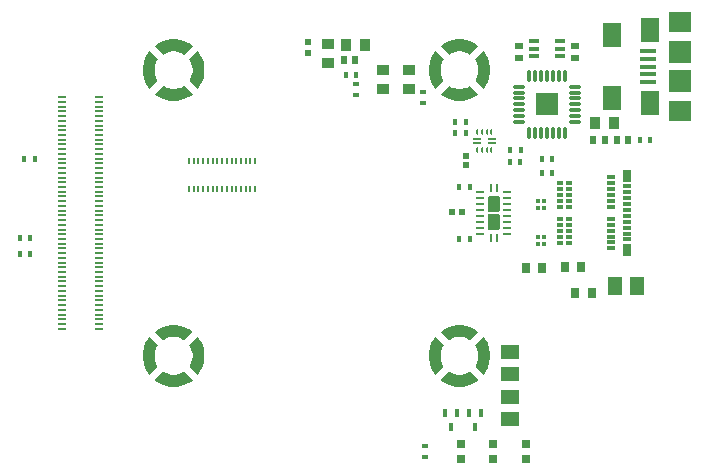
<source format=gbp>
G04*
G04 #@! TF.GenerationSoftware,Altium Limited,Altium Designer,21.6.1 (37)*
G04*
G04 Layer_Color=128*
%FSLAX44Y44*%
%MOMM*%
G71*
G04*
G04 #@! TF.SameCoordinates,2C954E57-417A-4088-9090-092BEE8FAD55*
G04*
G04*
G04 #@! TF.FilePolarity,Positive*
G04*
G01*
G75*
%ADD17R,1.5000X1.3000*%
%ADD18R,1.3000X1.5000*%
%ADD19R,0.9000X1.0000*%
%ADD29R,0.6500X0.5500*%
%ADD30R,0.5500X0.6500*%
%ADD31R,1.0000X0.9000*%
%ADD32R,0.5500X0.4500*%
%ADD33R,0.4500X0.5500*%
%ADD38R,0.5500X0.3000*%
%ADD39R,0.5500X0.4000*%
%ADD40R,0.6200X0.6200*%
%ADD42R,0.5200X0.5200*%
%ADD44R,0.7000X0.9000*%
%ADD45R,0.5200X0.5200*%
%ADD143R,0.8000X0.8000*%
%ADD151R,0.2200X0.5000*%
G04:AMPARAMS|DCode=152|XSize=0.2mm|YSize=0.7mm|CornerRadius=0.05mm|HoleSize=0mm|Usage=FLASHONLY|Rotation=270.000|XOffset=0mm|YOffset=0mm|HoleType=Round|Shape=RoundedRectangle|*
%AMROUNDEDRECTD152*
21,1,0.2000,0.6000,0,0,270.0*
21,1,0.1000,0.7000,0,0,270.0*
1,1,0.1000,-0.3000,-0.0500*
1,1,0.1000,-0.3000,0.0500*
1,1,0.1000,0.3000,0.0500*
1,1,0.1000,0.3000,-0.0500*
%
%ADD152ROUNDEDRECTD152*%
G04:AMPARAMS|DCode=153|XSize=0.2mm|YSize=0.5mm|CornerRadius=0.05mm|HoleSize=0mm|Usage=FLASHONLY|Rotation=180.000|XOffset=0mm|YOffset=0mm|HoleType=Round|Shape=RoundedRectangle|*
%AMROUNDEDRECTD153*
21,1,0.2000,0.4000,0,0,180.0*
21,1,0.1000,0.5000,0,0,180.0*
1,1,0.1000,-0.0500,0.2000*
1,1,0.1000,0.0500,0.2000*
1,1,0.1000,0.0500,-0.2000*
1,1,0.1000,-0.0500,-0.2000*
%
%ADD153ROUNDEDRECTD153*%
G04:AMPARAMS|DCode=154|XSize=0.25mm|YSize=0.6mm|CornerRadius=0.025mm|HoleSize=0mm|Usage=FLASHONLY|Rotation=270.000|XOffset=0mm|YOffset=0mm|HoleType=Round|Shape=RoundedRectangle|*
%AMROUNDEDRECTD154*
21,1,0.2500,0.5500,0,0,270.0*
21,1,0.2000,0.6000,0,0,270.0*
1,1,0.0500,-0.2750,-0.1000*
1,1,0.0500,-0.2750,0.1000*
1,1,0.0500,0.2750,0.1000*
1,1,0.0500,0.2750,-0.1000*
%
%ADD154ROUNDEDRECTD154*%
G04:AMPARAMS|DCode=155|XSize=0.25mm|YSize=0.6mm|CornerRadius=0.025mm|HoleSize=0mm|Usage=FLASHONLY|Rotation=0.000|XOffset=0mm|YOffset=0mm|HoleType=Round|Shape=RoundedRectangle|*
%AMROUNDEDRECTD155*
21,1,0.2500,0.5500,0,0,0.0*
21,1,0.2000,0.6000,0,0,0.0*
1,1,0.0500,0.1000,-0.2750*
1,1,0.0500,-0.1000,-0.2750*
1,1,0.0500,-0.1000,0.2750*
1,1,0.0500,0.1000,0.2750*
%
%ADD155ROUNDEDRECTD155*%
%ADD158R,0.3000X0.7100*%
%ADD159R,0.7000X0.3000*%
%ADD160R,0.7000X1.0000*%
%ADD161R,0.7000X0.1800*%
%ADD162R,0.3600X0.3200*%
%ADD163R,1.5000X2.0000*%
%ADD164R,1.9000X1.9000*%
%ADD165R,1.9000X1.8000*%
%ADD166R,1.3500X0.4000*%
%ADD167R,1.6000X2.1000*%
G04:AMPARAMS|DCode=168|XSize=0.4mm|YSize=0.9mm|CornerRadius=0.1mm|HoleSize=0mm|Usage=FLASHONLY|Rotation=90.000|XOffset=0mm|YOffset=0mm|HoleType=Round|Shape=RoundedRectangle|*
%AMROUNDEDRECTD168*
21,1,0.4000,0.7000,0,0,90.0*
21,1,0.2000,0.9000,0,0,90.0*
1,1,0.2000,0.3500,0.1000*
1,1,0.2000,0.3500,-0.1000*
1,1,0.2000,-0.3500,-0.1000*
1,1,0.2000,-0.3500,0.1000*
%
%ADD168ROUNDEDRECTD168*%
%ADD169O,0.3000X1.1500*%
%ADD170O,1.1500X0.3000*%
%ADD197R,1.8800X1.8800*%
G36*
X405422Y371287D02*
X409507Y369880D01*
X413305Y367818D01*
X415007Y366488D01*
X415007D01*
X408177Y359106D01*
X407151Y359768D01*
X404961Y360848D01*
X402633Y361582D01*
X400220Y361953D01*
X397779D01*
X395367Y361582D01*
X393039Y360848D01*
X390849Y359768D01*
X389823Y359106D01*
X389823Y359106D01*
X382993Y366488D01*
X384695Y367818D01*
X388493Y369880D01*
X392578Y371287D01*
X396839Y372000D01*
X401160D01*
X405422Y371287D01*
D02*
G37*
G36*
X163422D02*
X167507Y369880D01*
X171305Y367818D01*
X173007Y366488D01*
X173007D01*
X166177Y359106D01*
X165151Y359768D01*
X162961Y360848D01*
X160633Y361582D01*
X158221Y361953D01*
X155779D01*
X153367Y361582D01*
X151039Y360848D01*
X148849Y359768D01*
X147823Y359106D01*
X147823Y359106D01*
X140993Y366488D01*
X142695Y367818D01*
X146493Y369880D01*
X150578Y371287D01*
X154839Y372000D01*
X159160D01*
X163422Y371287D01*
D02*
G37*
G36*
X385894Y336823D02*
D01*
X385894Y336823D01*
X385894Y336823D01*
D02*
G37*
G36*
X143893D02*
D01*
X143894Y336823D01*
X143893Y336823D01*
D02*
G37*
G36*
X415007Y325512D02*
X413305Y324182D01*
X409507Y322120D01*
X405422Y320713D01*
X401160Y320000D01*
X396839D01*
X392578Y320713D01*
X388493Y322120D01*
X384695Y324182D01*
X382993Y325512D01*
Y325512D01*
X389823Y332894D01*
X390849Y332232D01*
X393039Y331152D01*
X395367Y330418D01*
X397779Y330047D01*
X400220D01*
X402633Y330418D01*
X404961Y331152D01*
X407151Y332232D01*
X408177Y332894D01*
X408177Y332894D01*
X415007Y325512D01*
D02*
G37*
G36*
X173007D02*
X171305Y324182D01*
X167507Y322120D01*
X163422Y320713D01*
X159160Y320000D01*
X154839D01*
X150578Y320713D01*
X146493Y322120D01*
X142695Y324182D01*
X140993Y325512D01*
Y325512D01*
X147823Y332894D01*
X148849Y332232D01*
X151039Y331152D01*
X153367Y330418D01*
X155779Y330047D01*
X158221D01*
X160633Y330418D01*
X162961Y331152D01*
X165151Y332232D01*
X166177Y332894D01*
X166177Y332894D01*
X173007Y325512D01*
D02*
G37*
G36*
X420818Y360305D02*
X422880Y356507D01*
X424287Y352422D01*
X425000Y348161D01*
Y343840D01*
X424287Y339578D01*
X422880Y335493D01*
X420818Y331695D01*
X419488Y329993D01*
X412106Y336823D01*
X412768Y337849D01*
X413848Y340039D01*
X414582Y342367D01*
X414953Y344780D01*
Y347221D01*
X414582Y349633D01*
X413848Y351961D01*
X412768Y354151D01*
X412106Y355177D01*
X412106Y355177D01*
X419488Y362007D01*
X420818Y360305D01*
D02*
G37*
G36*
X385894Y355177D02*
X385232Y354151D01*
X384152Y351961D01*
X383418Y349633D01*
X383047Y347221D01*
Y344780D01*
X383418Y342367D01*
X384152Y340039D01*
X385232Y337849D01*
X385894Y336823D01*
X378512Y329993D01*
X377182Y331695D01*
X375120Y335493D01*
X373713Y339578D01*
X373000Y343840D01*
Y348161D01*
X373713Y352422D01*
X375120Y356507D01*
X377182Y360305D01*
X378512Y362007D01*
X378512Y362007D01*
X385894Y355177D01*
D02*
G37*
G36*
X178818Y360305D02*
X180880Y356507D01*
X182287Y352422D01*
X183000Y348161D01*
Y343840D01*
X182287Y339578D01*
X180880Y335493D01*
X178818Y331695D01*
X177488Y329993D01*
X170106Y336823D01*
X170768Y337849D01*
X171848Y340039D01*
X172582Y342367D01*
X172953Y344780D01*
Y347221D01*
X172582Y349633D01*
X171848Y351961D01*
X170768Y354151D01*
X170106Y355177D01*
X170106Y355177D01*
X177488Y362007D01*
X178818Y360305D01*
D02*
G37*
G36*
X143893Y355177D02*
X143232Y354151D01*
X142152Y351961D01*
X141418Y349633D01*
X141047Y347221D01*
Y344780D01*
X141418Y342367D01*
X142152Y340039D01*
X143232Y337849D01*
X143893Y336823D01*
X136512Y329993D01*
X135182Y331695D01*
X133120Y335493D01*
X131713Y339578D01*
X131000Y343840D01*
Y348161D01*
X131713Y352422D01*
X133120Y356507D01*
X135182Y360305D01*
X136512Y362007D01*
X136512Y362007D01*
X143893Y355177D01*
D02*
G37*
G36*
X432566Y238848D02*
X432848Y238566D01*
X433000Y238199D01*
Y238000D01*
Y227000D01*
Y226801D01*
X432848Y226434D01*
X432566Y226152D01*
X432199Y226000D01*
X423801D01*
X423433Y226152D01*
X423152Y226434D01*
X423000Y226801D01*
Y227000D01*
Y238000D01*
Y238199D01*
X423152Y238566D01*
X423433Y238848D01*
X423801Y239000D01*
X432199D01*
X432566Y238848D01*
D02*
G37*
G36*
Y223848D02*
X432848Y223566D01*
X433000Y223199D01*
Y223000D01*
Y212000D01*
Y211801D01*
X432848Y211434D01*
X432566Y211152D01*
X432199Y211000D01*
X423801D01*
X423433Y211152D01*
X423152Y211434D01*
X423000Y211801D01*
Y212000D01*
Y223000D01*
Y223199D01*
X423152Y223566D01*
X423433Y223848D01*
X423801Y224000D01*
X432199D01*
X432566Y223848D01*
D02*
G37*
G36*
X405422Y129287D02*
X409507Y127880D01*
X413305Y125818D01*
X415007Y124488D01*
X415007D01*
X408177Y117106D01*
X407151Y117768D01*
X404961Y118848D01*
X402633Y119582D01*
X400220Y119953D01*
X397779D01*
X395367Y119582D01*
X393039Y118848D01*
X390849Y117768D01*
X389823Y117106D01*
X389823Y117107D01*
X382993Y124488D01*
X384695Y125818D01*
X388493Y127880D01*
X392578Y129287D01*
X396839Y130000D01*
X401160D01*
X405422Y129287D01*
D02*
G37*
G36*
X163422D02*
X167507Y127880D01*
X171305Y125818D01*
X173007Y124488D01*
X173007D01*
X166177Y117106D01*
X165151Y117768D01*
X162961Y118848D01*
X160633Y119582D01*
X158221Y119953D01*
X155779D01*
X153367Y119582D01*
X151039Y118848D01*
X148849Y117768D01*
X147823Y117106D01*
X147823Y117107D01*
X140993Y124488D01*
X142695Y125818D01*
X146493Y127880D01*
X150578Y129287D01*
X154839Y130000D01*
X159160D01*
X163422Y129287D01*
D02*
G37*
G36*
X385894Y113177D02*
X385232Y112151D01*
X384152Y109961D01*
X383418Y107633D01*
X383047Y105220D01*
Y102780D01*
X383418Y100367D01*
X384152Y98039D01*
X385232Y95849D01*
X385894Y94823D01*
X385894Y94823D01*
X385894Y94823D01*
D01*
X378512Y87993D01*
X377182Y89695D01*
X375120Y93492D01*
X373713Y97578D01*
X373000Y101840D01*
Y106160D01*
X373713Y110422D01*
X375120Y114508D01*
X377182Y118305D01*
X378512Y120007D01*
X378512Y120007D01*
X385894Y113177D01*
D02*
G37*
G36*
X143893Y94823D02*
D01*
X143894Y94823D01*
X143893Y94823D01*
D02*
G37*
G36*
X415007Y83512D02*
X413305Y82182D01*
X409507Y80120D01*
X405422Y78713D01*
X401160Y78000D01*
X396839D01*
X392578Y78713D01*
X388493Y80120D01*
X384695Y82182D01*
X382993Y83512D01*
Y83512D01*
X389823Y90894D01*
X390849Y90232D01*
X393039Y89152D01*
X395367Y88418D01*
X397779Y88047D01*
X400220D01*
X402633Y88418D01*
X404961Y89152D01*
X407151Y90232D01*
X408177Y90894D01*
X408177Y90894D01*
X415007Y83512D01*
D02*
G37*
G36*
X173007D02*
X171305Y82182D01*
X167507Y80120D01*
X163422Y78713D01*
X159160Y78000D01*
X154839D01*
X150578Y78713D01*
X146493Y80120D01*
X142695Y82182D01*
X140993Y83512D01*
Y83512D01*
X147823Y90894D01*
X148849Y90232D01*
X151039Y89152D01*
X153367Y88418D01*
X155779Y88047D01*
X158221D01*
X160633Y88418D01*
X162961Y89152D01*
X165151Y90232D01*
X166177Y90894D01*
X166177Y90894D01*
X173007Y83512D01*
D02*
G37*
G36*
X420818Y118305D02*
X422880Y114508D01*
X424287Y110422D01*
X425000Y106160D01*
Y101840D01*
X424287Y97578D01*
X422880Y93492D01*
X420818Y89695D01*
X419488Y87993D01*
X412106Y94823D01*
X412768Y95849D01*
X413848Y98039D01*
X414582Y100367D01*
X414953Y102780D01*
Y105220D01*
X414582Y107633D01*
X413848Y109961D01*
X412768Y112151D01*
X412106Y113177D01*
X412106Y113177D01*
X419488Y120007D01*
X420818Y118305D01*
D02*
G37*
G36*
X178818D02*
X180880Y114508D01*
X182287Y110422D01*
X183000Y106160D01*
Y101840D01*
X182287Y97578D01*
X180880Y93492D01*
X178818Y89695D01*
X177488Y87993D01*
X170106Y94823D01*
X170768Y95849D01*
X171848Y98039D01*
X172582Y100367D01*
X172953Y102780D01*
Y105220D01*
X172582Y107633D01*
X171848Y109961D01*
X170768Y112151D01*
X170106Y113177D01*
X170106Y113177D01*
X177488Y120007D01*
X178818Y118305D01*
D02*
G37*
G36*
X143893Y113177D02*
X143232Y112151D01*
X142152Y109961D01*
X141418Y107633D01*
X141047Y105220D01*
Y102780D01*
X141418Y100367D01*
X142152Y98039D01*
X143232Y95849D01*
X143893Y94823D01*
X136512Y87993D01*
X135182Y89695D01*
X133120Y93492D01*
X131713Y97578D01*
X131000Y101840D01*
Y106160D01*
X131713Y110422D01*
X133120Y114508D01*
X135182Y118305D01*
X136512Y120007D01*
X136512Y120007D01*
X143893Y113177D01*
D02*
G37*
D17*
X442000Y50500D02*
D03*
Y69500D02*
D03*
X442000Y88500D02*
D03*
Y107500D02*
D03*
D18*
X549500Y163000D02*
D03*
X530500D02*
D03*
D19*
X530000Y301000D02*
D03*
X514000D02*
D03*
X303150Y367030D02*
D03*
X319150D02*
D03*
D29*
X449000Y356000D02*
D03*
Y366000D02*
D03*
X497000Y366000D02*
D03*
Y356000D02*
D03*
D30*
X532000Y287000D02*
D03*
X542000D02*
D03*
X522000Y287000D02*
D03*
X512000D02*
D03*
X300909Y354640D02*
D03*
X310909D02*
D03*
D31*
X334518Y329820D02*
D03*
Y345820D02*
D03*
X356375Y329917D02*
D03*
Y345917D02*
D03*
X287827Y368214D02*
D03*
Y352214D02*
D03*
D32*
X369570Y27432D02*
D03*
Y18432D02*
D03*
X311375Y324917D02*
D03*
Y333917D02*
D03*
X368000Y327500D02*
D03*
Y318500D02*
D03*
D33*
X551500Y287000D02*
D03*
X560500D02*
D03*
X450472Y268480D02*
D03*
X441472D02*
D03*
X450770Y278000D02*
D03*
X441770D02*
D03*
X477500Y259000D02*
D03*
X468500D02*
D03*
X477500Y271000D02*
D03*
X468500D02*
D03*
X395500Y302000D02*
D03*
X404500D02*
D03*
X395500Y293000D02*
D03*
X404500D02*
D03*
X398500Y247000D02*
D03*
X407500D02*
D03*
X398500Y203000D02*
D03*
X407500D02*
D03*
X311500Y342000D02*
D03*
X302500D02*
D03*
X26500Y204000D02*
D03*
X35500D02*
D03*
X26500Y190000D02*
D03*
X35500D02*
D03*
X30500Y271000D02*
D03*
X39500D02*
D03*
D38*
X491900Y220000D02*
D03*
Y215000D02*
D03*
Y205000D02*
D03*
Y200000D02*
D03*
X484100D02*
D03*
Y205000D02*
D03*
Y215000D02*
D03*
Y220000D02*
D03*
X491900Y250000D02*
D03*
Y245000D02*
D03*
Y235000D02*
D03*
Y230000D02*
D03*
X484100D02*
D03*
Y235000D02*
D03*
Y245000D02*
D03*
Y250000D02*
D03*
D39*
X491900Y210000D02*
D03*
X484100D02*
D03*
X491900Y240000D02*
D03*
X484100D02*
D03*
D40*
X271000Y369500D02*
D03*
Y360500D02*
D03*
D42*
X393000Y226000D02*
D03*
X401000D02*
D03*
D44*
X511190Y157480D02*
D03*
X497190D02*
D03*
X469000Y178000D02*
D03*
X455000D02*
D03*
X488000Y179000D02*
D03*
X502000D02*
D03*
D45*
X404235Y265334D02*
D03*
Y273334D02*
D03*
D143*
X400000Y29250D02*
D03*
Y16750D02*
D03*
X427500Y29250D02*
D03*
Y16750D02*
D03*
X455000Y29250D02*
D03*
Y16750D02*
D03*
D151*
X226000Y245000D02*
D03*
X222000D02*
D03*
X218000D02*
D03*
X214000D02*
D03*
X202000D02*
D03*
X198000D02*
D03*
X194000D02*
D03*
X190000D02*
D03*
X186000D02*
D03*
X182000D02*
D03*
X178000D02*
D03*
X174000D02*
D03*
X170000D02*
D03*
Y269000D02*
D03*
X174000D02*
D03*
X178000D02*
D03*
X182000D02*
D03*
X186000D02*
D03*
X190000D02*
D03*
X194000D02*
D03*
X198000D02*
D03*
X202000D02*
D03*
X206000D02*
D03*
X210000D02*
D03*
X214000D02*
D03*
X218000D02*
D03*
X222000D02*
D03*
X226000D02*
D03*
X210000Y245000D02*
D03*
X206000D02*
D03*
D152*
X413501Y284000D02*
D03*
Y288000D02*
D03*
X426501D02*
D03*
Y284000D02*
D03*
D153*
X414001Y293499D02*
D03*
X418001D02*
D03*
X422001D02*
D03*
X426001D02*
D03*
Y278499D02*
D03*
X422001D02*
D03*
X418001D02*
D03*
X414001D02*
D03*
D154*
X439500Y212500D02*
D03*
Y207500D02*
D03*
Y232500D02*
D03*
Y227500D02*
D03*
Y222500D02*
D03*
Y217500D02*
D03*
Y242500D02*
D03*
Y237500D02*
D03*
X416500Y242500D02*
D03*
Y227500D02*
D03*
Y222500D02*
D03*
Y207500D02*
D03*
Y232500D02*
D03*
Y237500D02*
D03*
Y212500D02*
D03*
Y217500D02*
D03*
D155*
X425500Y203500D02*
D03*
X430500D02*
D03*
Y246500D02*
D03*
X425500D02*
D03*
D158*
X391922Y43430D02*
D03*
X396922Y55630D02*
D03*
X386922D02*
D03*
X412068Y43426D02*
D03*
X417068Y55626D02*
D03*
X407068D02*
D03*
D159*
X540409Y202562D02*
D03*
Y207562D02*
D03*
X527409Y255062D02*
D03*
Y250062D02*
D03*
Y245062D02*
D03*
Y240062D02*
D03*
Y235062D02*
D03*
Y230062D02*
D03*
Y220062D02*
D03*
Y215062D02*
D03*
Y210062D02*
D03*
Y205062D02*
D03*
Y200062D02*
D03*
Y195062D02*
D03*
X540409Y212562D02*
D03*
Y217562D02*
D03*
Y222562D02*
D03*
Y227562D02*
D03*
Y232562D02*
D03*
Y237562D02*
D03*
Y242562D02*
D03*
Y247562D02*
D03*
D160*
Y194062D02*
D03*
Y256062D02*
D03*
D161*
X93400Y127000D02*
D03*
Y131000D02*
D03*
Y135000D02*
D03*
Y139000D02*
D03*
Y143000D02*
D03*
Y147000D02*
D03*
Y151000D02*
D03*
Y155000D02*
D03*
Y159000D02*
D03*
Y163000D02*
D03*
Y167000D02*
D03*
Y171000D02*
D03*
Y175000D02*
D03*
Y179000D02*
D03*
Y183000D02*
D03*
Y187000D02*
D03*
Y191000D02*
D03*
Y195000D02*
D03*
Y199000D02*
D03*
Y203000D02*
D03*
Y207000D02*
D03*
Y211000D02*
D03*
Y215000D02*
D03*
Y219000D02*
D03*
Y223000D02*
D03*
Y227000D02*
D03*
Y231000D02*
D03*
Y235000D02*
D03*
Y239000D02*
D03*
Y243000D02*
D03*
Y247000D02*
D03*
Y251000D02*
D03*
Y255000D02*
D03*
Y259000D02*
D03*
Y263000D02*
D03*
Y267000D02*
D03*
Y271000D02*
D03*
Y275000D02*
D03*
Y279000D02*
D03*
Y283000D02*
D03*
Y287000D02*
D03*
Y291000D02*
D03*
Y295000D02*
D03*
Y299000D02*
D03*
Y303000D02*
D03*
Y307000D02*
D03*
Y311000D02*
D03*
Y315000D02*
D03*
Y319000D02*
D03*
Y323000D02*
D03*
X62600Y127000D02*
D03*
Y131000D02*
D03*
Y135000D02*
D03*
Y139000D02*
D03*
Y143000D02*
D03*
Y147000D02*
D03*
Y151000D02*
D03*
Y155000D02*
D03*
Y159000D02*
D03*
Y163000D02*
D03*
Y167000D02*
D03*
Y171000D02*
D03*
Y175000D02*
D03*
Y179000D02*
D03*
Y183000D02*
D03*
Y187000D02*
D03*
Y191000D02*
D03*
Y195000D02*
D03*
Y199000D02*
D03*
Y203000D02*
D03*
Y207000D02*
D03*
Y211000D02*
D03*
Y215000D02*
D03*
Y219000D02*
D03*
Y223000D02*
D03*
Y227000D02*
D03*
Y231000D02*
D03*
Y235000D02*
D03*
Y239000D02*
D03*
Y243000D02*
D03*
Y247000D02*
D03*
Y251000D02*
D03*
Y255000D02*
D03*
Y259000D02*
D03*
Y263000D02*
D03*
Y267000D02*
D03*
Y271000D02*
D03*
Y275000D02*
D03*
Y279000D02*
D03*
Y283000D02*
D03*
Y287000D02*
D03*
Y291000D02*
D03*
Y295000D02*
D03*
Y299000D02*
D03*
Y303000D02*
D03*
Y307000D02*
D03*
Y311000D02*
D03*
Y315000D02*
D03*
Y319000D02*
D03*
Y323000D02*
D03*
D162*
X465200Y199000D02*
D03*
X470800D02*
D03*
X465200Y205000D02*
D03*
X470800D02*
D03*
X465200Y229000D02*
D03*
X470800D02*
D03*
X465200Y235000D02*
D03*
X470800D02*
D03*
D163*
X528000Y322000D02*
D03*
Y376000D02*
D03*
D164*
X585750Y337000D02*
D03*
Y361000D02*
D03*
D165*
Y311000D02*
D03*
Y387000D02*
D03*
D166*
X559000Y349000D02*
D03*
Y355500D02*
D03*
Y362000D02*
D03*
Y342500D02*
D03*
Y336000D02*
D03*
D167*
X560250Y380000D02*
D03*
Y318000D02*
D03*
D168*
X462000Y370750D02*
D03*
Y364250D02*
D03*
Y357750D02*
D03*
X484000D02*
D03*
Y364250D02*
D03*
Y370750D02*
D03*
D169*
X488000Y341000D02*
D03*
X483000D02*
D03*
X478000D02*
D03*
X473000D02*
D03*
X468000D02*
D03*
X463000D02*
D03*
X458000D02*
D03*
Y293000D02*
D03*
X463000D02*
D03*
X468000D02*
D03*
X473000D02*
D03*
X478000D02*
D03*
X483000D02*
D03*
X488000D02*
D03*
D170*
X449000Y332000D02*
D03*
Y327000D02*
D03*
Y322000D02*
D03*
Y317000D02*
D03*
Y312000D02*
D03*
Y307000D02*
D03*
Y302000D02*
D03*
X497000D02*
D03*
Y307000D02*
D03*
Y312000D02*
D03*
Y317000D02*
D03*
Y322000D02*
D03*
Y327000D02*
D03*
Y332000D02*
D03*
D197*
X473000Y317000D02*
D03*
M02*

</source>
